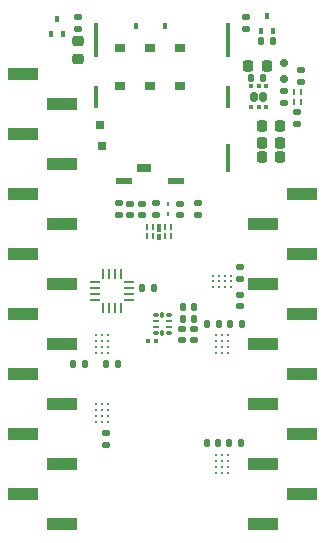
<source format=gbr>
%TF.GenerationSoftware,KiCad,Pcbnew,7.0.9*%
%TF.CreationDate,2024-08-31T12:22:45+08:00*%
%TF.ProjectId,IOT,494f542e-6b69-4636-9164-5f7063625858,rev?*%
%TF.SameCoordinates,Original*%
%TF.FileFunction,Paste,Bot*%
%TF.FilePolarity,Positive*%
%FSLAX46Y46*%
G04 Gerber Fmt 4.6, Leading zero omitted, Abs format (unit mm)*
G04 Created by KiCad (PCBNEW 7.0.9) date 2024-08-31 12:22:45*
%MOMM*%
%LPD*%
G01*
G04 APERTURE LIST*
G04 Aperture macros list*
%AMRoundRect*
0 Rectangle with rounded corners*
0 $1 Rounding radius*
0 $2 $3 $4 $5 $6 $7 $8 $9 X,Y pos of 4 corners*
0 Add a 4 corners polygon primitive as box body*
4,1,4,$2,$3,$4,$5,$6,$7,$8,$9,$2,$3,0*
0 Add four circle primitives for the rounded corners*
1,1,$1+$1,$2,$3*
1,1,$1+$1,$4,$5*
1,1,$1+$1,$6,$7*
1,1,$1+$1,$8,$9*
0 Add four rect primitives between the rounded corners*
20,1,$1+$1,$2,$3,$4,$5,0*
20,1,$1+$1,$4,$5,$6,$7,0*
20,1,$1+$1,$6,$7,$8,$9,0*
20,1,$1+$1,$8,$9,$2,$3,0*%
G04 Aperture macros list end*
%ADD10RoundRect,0.225000X0.225000X0.250000X-0.225000X0.250000X-0.225000X-0.250000X0.225000X-0.250000X0*%
%ADD11C,0.270000*%
%ADD12RoundRect,0.218750X0.256250X-0.218750X0.256250X0.218750X-0.256250X0.218750X-0.256250X-0.218750X0*%
%ADD13RoundRect,0.140000X-0.170000X0.140000X-0.170000X-0.140000X0.170000X-0.140000X0.170000X0.140000X0*%
%ADD14RoundRect,0.075000X-0.175000X0.075000X-0.175000X-0.075000X0.175000X-0.075000X0.175000X0.075000X0*%
%ADD15RoundRect,0.062500X-0.187500X0.062500X-0.187500X-0.062500X0.187500X-0.062500X0.187500X0.062500X0*%
%ADD16RoundRect,0.087500X-0.087500X0.162500X-0.087500X-0.162500X0.087500X-0.162500X0.087500X0.162500X0*%
%ADD17RoundRect,0.135000X0.185000X-0.135000X0.185000X0.135000X-0.185000X0.135000X-0.185000X-0.135000X0*%
%ADD18RoundRect,0.140000X0.170000X-0.140000X0.170000X0.140000X-0.170000X0.140000X-0.170000X-0.140000X0*%
%ADD19RoundRect,0.140000X-0.140000X-0.170000X0.140000X-0.170000X0.140000X0.170000X-0.140000X0.170000X0*%
%ADD20RoundRect,0.147500X-0.147500X-0.172500X0.147500X-0.172500X0.147500X0.172500X-0.147500X0.172500X0*%
%ADD21RoundRect,0.079500X0.079500X0.100500X-0.079500X0.100500X-0.079500X-0.100500X0.079500X-0.100500X0*%
%ADD22RoundRect,0.150000X-0.200000X0.150000X-0.200000X-0.150000X0.200000X-0.150000X0.200000X0.150000X0*%
%ADD23R,0.260000X0.600000*%
%ADD24RoundRect,0.135000X0.135000X0.185000X-0.135000X0.185000X-0.135000X-0.185000X0.135000X-0.185000X0*%
%ADD25RoundRect,0.160000X0.160000X-0.245000X0.160000X0.245000X-0.160000X0.245000X-0.160000X-0.245000X0*%
%ADD26RoundRect,0.093750X0.106250X-0.093750X0.106250X0.093750X-0.106250X0.093750X-0.106250X-0.093750X0*%
%ADD27RoundRect,0.135000X-0.185000X0.135000X-0.185000X-0.135000X0.185000X-0.135000X0.185000X0.135000X0*%
%ADD28RoundRect,0.140000X0.140000X0.170000X-0.140000X0.170000X-0.140000X-0.170000X0.140000X-0.170000X0*%
%ADD29R,2.510000X1.000000*%
%ADD30RoundRect,0.062500X0.325000X-0.062500X0.325000X0.062500X-0.325000X0.062500X-0.325000X-0.062500X0*%
%ADD31RoundRect,0.062500X0.062500X-0.325000X0.062500X0.325000X-0.062500X0.325000X-0.062500X-0.325000X0*%
%ADD32R,0.250000X0.625000*%
%ADD33R,0.450000X0.700000*%
%ADD34R,0.450000X0.575000*%
%ADD35R,0.900000X0.700000*%
%ADD36R,0.700000X0.700000*%
%ADD37R,1.200000X0.650000*%
%ADD38R,0.450000X2.400000*%
%ADD39R,0.450000X1.900000*%
%ADD40R,0.450000X2.900000*%
%ADD41R,1.400000X0.500000*%
%ADD42R,0.300000X0.600000*%
%ADD43R,0.750000X0.700000*%
%ADD44RoundRect,0.062500X-0.062500X0.117500X-0.062500X-0.117500X0.062500X-0.117500X0.062500X0.117500X0*%
%ADD45RoundRect,0.135000X-0.135000X-0.185000X0.135000X-0.185000X0.135000X0.185000X-0.135000X0.185000X0*%
%ADD46R,0.400000X0.510000*%
G04 APERTURE END LIST*
D10*
%TO.C,C41*%
X172675000Y-56500000D03*
X171125000Y-56500000D03*
%TD*%
D11*
%TO.C,U4*%
X169410000Y-79256000D03*
X168910000Y-79256000D03*
X168410000Y-79256000D03*
X169410000Y-79756000D03*
X168910000Y-79756000D03*
X168410000Y-79756000D03*
X169410000Y-80256000D03*
X168910000Y-80256000D03*
X168410000Y-80256000D03*
X169410000Y-80756000D03*
X168910000Y-80756000D03*
X168410000Y-80756000D03*
%TD*%
%TO.C,U3*%
X168410000Y-90920000D03*
X168910000Y-90920000D03*
X169410000Y-90920000D03*
X168410000Y-90420000D03*
X168910000Y-90420000D03*
X169410000Y-90420000D03*
X168410000Y-89920000D03*
X168910000Y-89920000D03*
X169410000Y-89920000D03*
X168410000Y-89420000D03*
X168910000Y-89420000D03*
X169410000Y-89420000D03*
%TD*%
%TO.C,U5*%
X159250000Y-85100000D03*
X158750000Y-85100000D03*
X158250000Y-85100000D03*
X159250000Y-85600000D03*
X158750000Y-85600000D03*
X158250000Y-85600000D03*
X159250000Y-86100000D03*
X158750000Y-86100000D03*
X158250000Y-86100000D03*
X159250000Y-86600000D03*
X158750000Y-86600000D03*
X158250000Y-86600000D03*
%TD*%
%TO.C,U6*%
X159250000Y-79260000D03*
X158750000Y-79260000D03*
X158250000Y-79260000D03*
X159250000Y-79760000D03*
X158750000Y-79760000D03*
X158250000Y-79760000D03*
X159250000Y-80260000D03*
X158750000Y-80260000D03*
X158250000Y-80260000D03*
X159250000Y-80760000D03*
X158750000Y-80760000D03*
X158250000Y-80760000D03*
%TD*%
%TO.C,U10*%
X169668000Y-75200000D03*
X169668000Y-74700000D03*
X169668000Y-74200000D03*
X169168000Y-75200000D03*
X169168000Y-74700000D03*
X169168000Y-74200000D03*
X168668000Y-75200000D03*
X168668000Y-74700000D03*
X168668000Y-74200000D03*
X168168000Y-75200000D03*
X168168000Y-74700000D03*
X168168000Y-74200000D03*
%TD*%
D12*
%TO.C,F3*%
X156718000Y-55905500D03*
X156718000Y-54330500D03*
%TD*%
D13*
%TO.C,C38*%
X170400000Y-73520000D03*
X170400000Y-74480000D03*
%TD*%
D14*
%TO.C,U15*%
X163275000Y-79050000D03*
D15*
X163275000Y-78550000D03*
X163275000Y-78050000D03*
D14*
X163275000Y-77550000D03*
D16*
X163850000Y-77538000D03*
D14*
X164425000Y-77550000D03*
D15*
X164425000Y-78050000D03*
X164425000Y-78550000D03*
D14*
X164425000Y-79050000D03*
D16*
X163850000Y-79062000D03*
%TD*%
D17*
%TO.C,R11*%
X174150000Y-59610000D03*
X174150000Y-58590000D03*
%TD*%
D13*
%TO.C,C1*%
X161100000Y-68120000D03*
X161100000Y-69080000D03*
%TD*%
D18*
%TO.C,C4*%
X166900000Y-69060000D03*
X166900000Y-68100000D03*
%TD*%
D19*
%TO.C,C37*%
X167620000Y-88400000D03*
X168580000Y-88400000D03*
%TD*%
D10*
%TO.C,C19*%
X173825200Y-62941200D03*
X172275200Y-62941200D03*
%TD*%
D18*
%TO.C,C3*%
X165350000Y-69080000D03*
X165350000Y-68120000D03*
%TD*%
D13*
%TO.C,C32*%
X175260000Y-60370000D03*
X175260000Y-61330000D03*
%TD*%
D20*
%TO.C,FB3*%
X165565000Y-77850000D03*
X166535000Y-77850000D03*
%TD*%
D21*
%TO.C,R10*%
X163295000Y-79750000D03*
X162605000Y-79750000D03*
%TD*%
D10*
%TO.C,C20*%
X173825200Y-64185800D03*
X172275200Y-64185800D03*
%TD*%
D18*
%TO.C,C29*%
X170400000Y-76780000D03*
X170400000Y-75820000D03*
%TD*%
D22*
%TO.C,D7*%
X174150000Y-57596000D03*
X174150000Y-56196000D03*
%TD*%
D23*
%TO.C,U8*%
X175025000Y-58675000D03*
X175575000Y-58675000D03*
X175575000Y-59525000D03*
X175025000Y-59525000D03*
%TD*%
D18*
%TO.C,C34*%
X159100000Y-88530000D03*
X159100000Y-87570000D03*
%TD*%
D10*
%TO.C,C21*%
X173825200Y-61569600D03*
X172275200Y-61569600D03*
%TD*%
D24*
%TO.C,R15*%
X173230000Y-54356000D03*
X172210000Y-54356000D03*
%TD*%
D25*
%TO.C,U13*%
X171596000Y-59078000D03*
X172396000Y-59078000D03*
D26*
X172646000Y-59965500D03*
X171996000Y-59965500D03*
X171346000Y-59965500D03*
X171346000Y-58190500D03*
X171996000Y-58190500D03*
X172646000Y-58190500D03*
%TD*%
D27*
%TO.C,R8*%
X160150000Y-68090000D03*
X160150000Y-69110000D03*
%TD*%
D17*
%TO.C,R7*%
X163322000Y-69110000D03*
X163322000Y-68090000D03*
%TD*%
D28*
%TO.C,C30*%
X170580000Y-78300000D03*
X169620000Y-78300000D03*
%TD*%
D17*
%TO.C,R19*%
X170942000Y-53344000D03*
X170942000Y-52324000D03*
%TD*%
D29*
%TO.C,J3*%
X152015000Y-57150000D03*
X155325000Y-59690000D03*
X152015000Y-62230000D03*
X155325000Y-64770000D03*
X152015000Y-67310000D03*
X155325000Y-69850000D03*
X152015000Y-72390000D03*
X155325000Y-74930000D03*
X152015000Y-77470000D03*
X155325000Y-80010000D03*
X152015000Y-82550000D03*
X155325000Y-85090000D03*
X152015000Y-87630000D03*
X155325000Y-90170000D03*
X152015000Y-92710000D03*
X155325000Y-95250000D03*
%TD*%
D13*
%TO.C,C25*%
X166550000Y-78720000D03*
X166550000Y-79680000D03*
%TD*%
D30*
%TO.C,U7*%
X161062500Y-76250000D03*
X161062500Y-75750000D03*
X161062500Y-75250000D03*
X161062500Y-74750000D03*
D31*
X160350000Y-74037500D03*
X159850000Y-74037500D03*
X159350000Y-74037500D03*
X158850000Y-74037500D03*
D30*
X158137500Y-74750000D03*
X158137500Y-75250000D03*
X158137500Y-75750000D03*
X158137500Y-76250000D03*
D31*
X158850000Y-76962500D03*
X159350000Y-76962500D03*
X159850000Y-76962500D03*
X160350000Y-76962500D03*
%TD*%
D19*
%TO.C,C33*%
X167670000Y-78300000D03*
X168630000Y-78300000D03*
%TD*%
D28*
%TO.C,C26*%
X166530000Y-76900000D03*
X165570000Y-76900000D03*
%TD*%
D32*
%TO.C,U12*%
X162576000Y-70112500D03*
X163076000Y-70112500D03*
D33*
X163576000Y-70150000D03*
D32*
X164076000Y-70112500D03*
X164576000Y-70112500D03*
X164576000Y-70887500D03*
X164076000Y-70887500D03*
D34*
X163576000Y-70912500D03*
D32*
X163076000Y-70887500D03*
X162576000Y-70887500D03*
%TD*%
D29*
%TO.C,J2*%
X175645000Y-67310000D03*
X172335000Y-69850000D03*
X175645000Y-72390000D03*
X172335000Y-74930000D03*
X175645000Y-77470000D03*
X172335000Y-80010000D03*
X175645000Y-82550000D03*
X172335000Y-85090000D03*
X175645000Y-87630000D03*
X172335000Y-90170000D03*
X175645000Y-92710000D03*
X172335000Y-95250000D03*
%TD*%
D35*
%TO.C,J4*%
X165354000Y-54944000D03*
X162814000Y-54944000D03*
X160274000Y-54944000D03*
X165354000Y-58114000D03*
X162814000Y-58114000D03*
X160274000Y-58114000D03*
D36*
X158544000Y-61444000D03*
D37*
X162264000Y-65119000D03*
D38*
X169369000Y-64244000D03*
D39*
X169369000Y-59094000D03*
D40*
X169369000Y-54244000D03*
D41*
X165014000Y-66194000D03*
D42*
X164034000Y-53094000D03*
X161594000Y-53094000D03*
D41*
X160594000Y-66194000D03*
D43*
X158719000Y-63244000D03*
D39*
X158219000Y-59094000D03*
D40*
X158219000Y-54244000D03*
%TD*%
D18*
%TO.C,C28*%
X175600000Y-57780000D03*
X175600000Y-56820000D03*
%TD*%
D44*
%TO.C,D2*%
X164338000Y-69020000D03*
X164338000Y-68180000D03*
%TD*%
D45*
%TO.C,R9*%
X171340000Y-57500000D03*
X172360000Y-57500000D03*
%TD*%
D13*
%TO.C,C2*%
X162150000Y-68120000D03*
X162150000Y-69080000D03*
%TD*%
D46*
%TO.C,Q3*%
X173220000Y-53477000D03*
X172220000Y-53477000D03*
X172720000Y-52187000D03*
%TD*%
D28*
%TO.C,C27*%
X160080000Y-81700000D03*
X159120000Y-81700000D03*
%TD*%
%TO.C,C31*%
X170480000Y-88400000D03*
X169520000Y-88400000D03*
%TD*%
D46*
%TO.C,Q2*%
X155440000Y-53731000D03*
X154440000Y-53731000D03*
X154940000Y-52441000D03*
%TD*%
D17*
%TO.C,R20*%
X156718000Y-53342000D03*
X156718000Y-52322000D03*
%TD*%
D28*
%TO.C,C35*%
X163130000Y-75250000D03*
X162170000Y-75250000D03*
%TD*%
D13*
%TO.C,C24*%
X165550000Y-78720000D03*
X165550000Y-79680000D03*
%TD*%
D19*
%TO.C,C39*%
X156320000Y-81700000D03*
X157280000Y-81700000D03*
%TD*%
M02*

</source>
